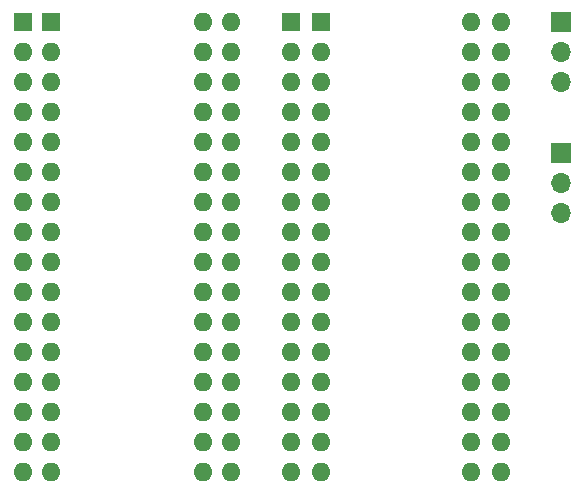
<source format=gbr>
%TF.GenerationSoftware,KiCad,Pcbnew,(5.99.0-9233-g881cb3182b)*%
%TF.CreationDate,2021-07-01T22:40:51+02:00*%
%TF.ProjectId,cdtv-ext-flash,63647476-2d65-4787-942d-666c6173682e,rev?*%
%TF.SameCoordinates,Original*%
%TF.FileFunction,Soldermask,Bot*%
%TF.FilePolarity,Negative*%
%FSLAX46Y46*%
G04 Gerber Fmt 4.6, Leading zero omitted, Abs format (unit mm)*
G04 Created by KiCad (PCBNEW (5.99.0-9233-g881cb3182b)) date 2021-07-01 22:40:51*
%MOMM*%
%LPD*%
G01*
G04 APERTURE LIST*
%ADD10R,1.600000X1.600000*%
%ADD11O,1.600000X1.600000*%
%ADD12R,1.700000X1.700000*%
%ADD13O,1.700000X1.700000*%
G04 APERTURE END LIST*
D10*
%TO.C,U1*%
X116840000Y-47294800D03*
D11*
X116840000Y-49834800D03*
X116840000Y-52374800D03*
X116840000Y-54914800D03*
X116840000Y-57454800D03*
X116840000Y-59994800D03*
X116840000Y-62534800D03*
X116840000Y-65074800D03*
X116840000Y-67614800D03*
X116840000Y-70154800D03*
X116840000Y-72694800D03*
X116840000Y-75234800D03*
X116840000Y-77774800D03*
X116840000Y-80314800D03*
X116840000Y-82854800D03*
X116840000Y-85394800D03*
X132080000Y-85394800D03*
X132080000Y-82854800D03*
X132080000Y-80314800D03*
X132080000Y-77774800D03*
X132080000Y-75234800D03*
X132080000Y-72694800D03*
X132080000Y-70154800D03*
X132080000Y-67614800D03*
X132080000Y-65074800D03*
X132080000Y-62534800D03*
X132080000Y-59994800D03*
X132080000Y-57454800D03*
X132080000Y-54914800D03*
X132080000Y-52374800D03*
X132080000Y-49834800D03*
X132080000Y-47294800D03*
%TD*%
D10*
%TO.C,U2*%
X96520000Y-47294800D03*
D11*
X96520000Y-49834800D03*
X96520000Y-52374800D03*
X96520000Y-54914800D03*
X96520000Y-57454800D03*
X96520000Y-59994800D03*
X96520000Y-62534800D03*
X96520000Y-65074800D03*
X96520000Y-67614800D03*
X96520000Y-70154800D03*
X96520000Y-72694800D03*
X96520000Y-75234800D03*
X96520000Y-77774800D03*
X96520000Y-80314800D03*
X96520000Y-82854800D03*
X96520000Y-85394800D03*
X111760000Y-85394800D03*
X111760000Y-82854800D03*
X111760000Y-80314800D03*
X111760000Y-77774800D03*
X111760000Y-75234800D03*
X111760000Y-72694800D03*
X111760000Y-70154800D03*
X111760000Y-67614800D03*
X111760000Y-65074800D03*
X111760000Y-62534800D03*
X111760000Y-59994800D03*
X111760000Y-57454800D03*
X111760000Y-54914800D03*
X111760000Y-52374800D03*
X111760000Y-49834800D03*
X111760000Y-47294800D03*
%TD*%
D10*
%TO.C,U35*%
X94183200Y-47294800D03*
D11*
X94183200Y-49834800D03*
X94183200Y-52374800D03*
X94183200Y-54914800D03*
X94183200Y-57454800D03*
X94183200Y-59994800D03*
X94183200Y-62534800D03*
X94183200Y-65074800D03*
X94183200Y-67614800D03*
X94183200Y-70154800D03*
X94183200Y-72694800D03*
X94183200Y-75234800D03*
X94183200Y-77774800D03*
X94183200Y-80314800D03*
X94183200Y-82854800D03*
X94183200Y-85394800D03*
X109423200Y-85394800D03*
X109423200Y-82854800D03*
X109423200Y-80314800D03*
X109423200Y-77774800D03*
X109423200Y-75234800D03*
X109423200Y-72694800D03*
X109423200Y-70154800D03*
X109423200Y-67614800D03*
X109423200Y-65074800D03*
X109423200Y-62534800D03*
X109423200Y-59994800D03*
X109423200Y-57454800D03*
X109423200Y-54914800D03*
X109423200Y-52374800D03*
X109423200Y-49834800D03*
X109423200Y-47294800D03*
%TD*%
D12*
%TO.C,A18*%
X139700000Y-47294800D03*
D13*
X139700000Y-49834800D03*
X139700000Y-52374800D03*
%TD*%
D12*
%TO.C,A17*%
X139700000Y-58420000D03*
D13*
X139700000Y-60960000D03*
X139700000Y-63500000D03*
%TD*%
D11*
%TO.C,U34*%
X134615000Y-47294800D03*
X134615000Y-49834800D03*
X134615000Y-52374800D03*
X134615000Y-54914800D03*
X134615000Y-57454800D03*
X134615000Y-59994800D03*
X134615000Y-62534800D03*
X134615000Y-65074800D03*
X134615000Y-67614800D03*
X134615000Y-70154800D03*
X134615000Y-72694800D03*
X134615000Y-75234800D03*
X134615000Y-77774800D03*
X134615000Y-80314800D03*
X134615000Y-82854800D03*
X134615000Y-85394800D03*
X119375000Y-85394800D03*
X119375000Y-82854800D03*
X119375000Y-80314800D03*
X119375000Y-77774800D03*
X119375000Y-75234800D03*
X119375000Y-72694800D03*
X119375000Y-70154800D03*
X119375000Y-67614800D03*
X119375000Y-65074800D03*
X119375000Y-62534800D03*
X119375000Y-59994800D03*
X119375000Y-57454800D03*
X119375000Y-54914800D03*
X119375000Y-52374800D03*
X119375000Y-49834800D03*
D10*
X119375000Y-47294800D03*
%TD*%
M02*

</source>
